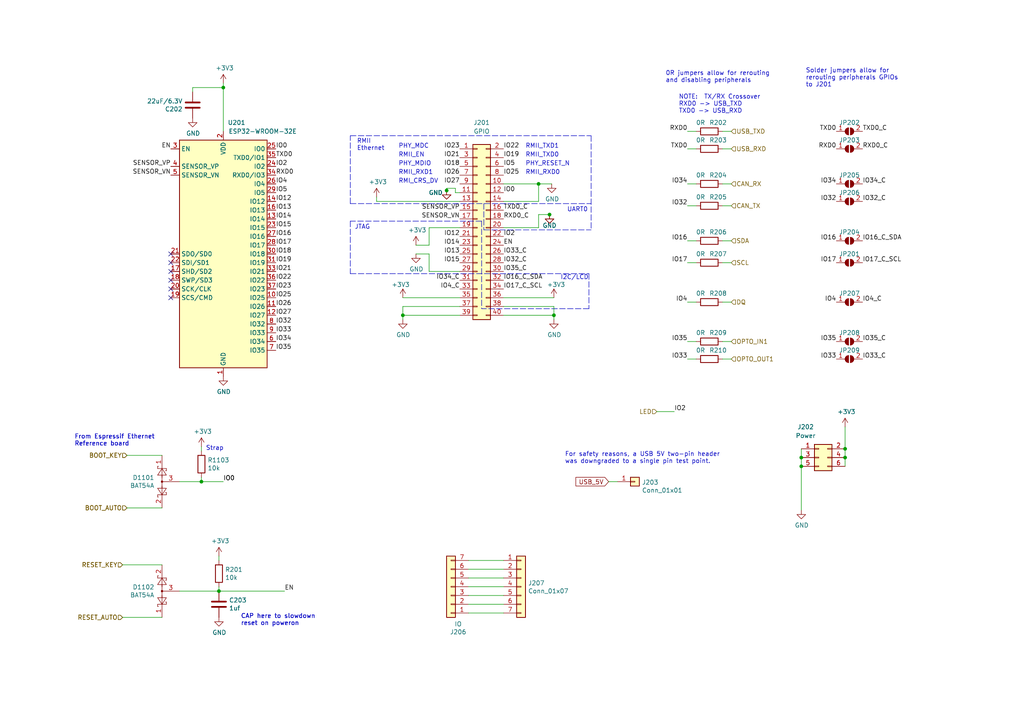
<source format=kicad_sch>
(kicad_sch (version 20211123) (generator eeschema)
  (paper "A4")
  (title_block (title "Sailor Hat with ESP32") (date "2021-12-31") (rev "2.0.1") (company "Hat Labs Ltd") (comment 1 "https://creativecommons.org/licenses/by-sa/4.0") (comment 2 "To view a copy of this license, visit ") (comment 3 "SH-ESP32 is licensed under CC BY-SA 4.0."))
  (lib_symbols
    (symbol "Connector_Generic:Conn_01x01" (pin_names (offset 1.016) hide)
      (property "Reference" "J" (at 0 2.54 0))
      (property "Value" "Conn_01x01" (at 0 -2.54 0))
      (symbol "Conn_01x01_1_1"
        (rectangle (start -1.27 0.127) (end 0 -0.127) (stroke (width 0.1524)))
        (rectangle (start -1.27 1.27) (end 1.27 -1.27) (stroke (width 0.254)) (fill (type background)))
        (pin passive line (at -5.08 0 0) (length 3.81) (name "Pin_1") (number "1"))
      )
    )
    (symbol "Connector_Generic:Conn_01x07" (pin_names (offset 1.016) hide)
      (property "Reference" "J" (at 0 10.16 0))
      (property "Value" "Conn_01x07" (at 0 -10.16 0))
      (symbol "Conn_01x07_1_1"
        (rectangle (start -1.27 -7.493) (end 0 -7.747) (stroke (width 0.1524)))
        (rectangle (start -1.27 -4.953) (end 0 -5.207) (stroke (width 0.1524)))
        (rectangle (start -1.27 -2.413) (end 0 -2.667) (stroke (width 0.1524)))
        (rectangle (start -1.27 0.127) (end 0 -0.127) (stroke (width 0.1524)))
        (rectangle (start -1.27 2.667) (end 0 2.413) (stroke (width 0.1524)))
        (rectangle (start -1.27 5.207) (end 0 4.953) (stroke (width 0.1524)))
        (rectangle (start -1.27 7.747) (end 0 7.493) (stroke (width 0.1524)))
        (rectangle (start -1.27 8.89) (end 1.27 -8.89) (stroke (width 0.254)) (fill (type background)))
        (pin passive line (at -5.08 7.62 0) (length 3.81) (name "Pin_1") (number "1"))
        (pin passive line (at -5.08 5.08 0) (length 3.81) (name "Pin_2") (number "2"))
        (pin passive line (at -5.08 2.54 0) (length 3.81) (name "Pin_3") (number "3"))
        (pin passive line (at -5.08 0 0) (length 3.81) (name "Pin_4") (number "4"))
        (pin passive line (at -5.08 -2.54 0) (length 3.81) (name "Pin_5") (number "5"))
        (pin passive line (at -5.08 -5.08 0) (length 3.81) (name "Pin_6") (number "6"))
        (pin passive line (at -5.08 -7.62 0) (length 3.81) (name "Pin_7") (number "7"))
      )
    )
    (symbol "Connector_Generic:Conn_02x03_Odd_Even" (pin_names (offset 1.016) hide)
      (property "Reference" "J" (at 1.27 5.08 0))
      (property "Value" "Conn_02x03_Odd_Even" (at 1.27 -5.08 0))
      (symbol "Conn_02x03_Odd_Even_1_1"
        (rectangle (start -1.27 -2.413) (end 0 -2.667) (stroke (width 0.1524)))
        (rectangle (start -1.27 0.127) (end 0 -0.127) (stroke (width 0.1524)))
        (rectangle (start -1.27 2.667) (end 0 2.413) (stroke (width 0.1524)))
        (rectangle (start -1.27 3.81) (end 3.81 -3.81) (stroke (width 0.254)) (fill (type background)))
        (rectangle (start 3.81 -2.413) (end 2.54 -2.667) (stroke (width 0.1524)))
        (rectangle (start 3.81 0.127) (end 2.54 -0.127) (stroke (width 0.1524)))
        (rectangle (start 3.81 2.667) (end 2.54 2.413) (stroke (width 0.1524)))
        (pin passive line (at -5.08 2.54 0) (length 3.81) (name "Pin_1") (number "1"))
        (pin passive line (at 7.62 2.54 180) (length 3.81) (name "Pin_2") (number "2"))
        (pin passive line (at -5.08 0 0) (length 3.81) (name "Pin_3") (number "3"))
        (pin passive line (at 7.62 0 180) (length 3.81) (name "Pin_4") (number "4"))
        (pin passive line (at -5.08 -2.54 0) (length 3.81) (name "Pin_5") (number "5"))
        (pin passive line (at 7.62 -2.54 180) (length 3.81) (name "Pin_6") (number "6"))
      )
    )
    (symbol "Connector_Generic:Conn_02x20_Odd_Even" (pin_names (offset 1.016) hide)
      (property "Reference" "J" (at 1.27 25.4 0))
      (property "Value" "Conn_02x20_Odd_Even" (at 1.27 -27.94 0))
      (symbol "Conn_02x20_Odd_Even_1_1"
        (rectangle (start -1.27 -25.273) (end 0 -25.527) (stroke (width 0.1524)))
        (rectangle (start -1.27 -22.733) (end 0 -22.987) (stroke (width 0.1524)))
        (rectangle (start -1.27 -20.193) (end 0 -20.447) (stroke (width 0.1524)))
        (rectangle (start -1.27 -17.653) (end 0 -17.907) (stroke (width 0.1524)))
        (rectangle (start -1.27 -15.113) (end 0 -15.367) (stroke (width 0.1524)))
        (rectangle (start -1.27 -12.573) (end 0 -12.827) (stroke (width 0.1524)))
        (rectangle (start -1.27 -10.033) (end 0 -10.287) (stroke (width 0.1524)))
        (rectangle (start -1.27 -7.493) (end 0 -7.747) (stroke (width 0.1524)))
        (rectangle (start -1.27 -4.953) (end 0 -5.207) (stroke (width 0.1524)))
        (rectangle (start -1.27 -2.413) (end 0 -2.667) (stroke (width 0.1524)))
        (rectangle (start -1.27 0.127) (end 0 -0.127) (stroke (width 0.1524)))
        (rectangle (start -1.27 2.667) (end 0 2.413) (stroke (width 0.1524)))
        (rectangle (start -1.27 5.207) (end 0 4.953) (stroke (width 0.1524)))
        (rectangle (start -1.27 7.747) (end 0 7.493) (stroke (width 0.1524)))
        (rectangle (start -1.27 10.287) (end 0 10.033) (stroke (width 0.1524)))
        (rectangle (start -1.27 12.827) (end 0 12.573) (stroke (width 0.1524)))
        (rectangle (start -1.27 15.367) (end 0 15.113) (stroke (width 0.1524)))
        (rectangle (start -1.27 17.907) (end 0 17.653) (stroke (width 0.1524)))
        (rectangle (start -1.27 20.447) (end 0 20.193) (stroke (width 0.1524)))
        (rectangle (start -1.27 22.987) (end 0 22.733) (stroke (width 0.1524)))
        (rectangle (start -1.27 24.13) (end 3.81 -26.67) (stroke (width 0.254)) (fill (type background)))
        (rectangle (start 3.81 -25.273) (end 2.54 -25.527) (stroke (width 0.1524)))
        (rectangle (start 3.81 -22.733) (end 2.54 -22.987) (stroke (width 0.1524)))
        (rectangle (start 3.81 -20.193) (end 2.54 -20.447) (stroke (width 0.1524)))
        (rectangle (start 3.81 -17.653) (end 2.54 -17.907) (stroke (width 0.1524)))
        (rectangle (start 3.81 -15.113) (end 2.54 -15.367) (stroke (width 0.1524)))
        (rectangle (start 3.81 -12.573) (end 2.54 -12.827) (stroke (width 0.1524)))
        (rectangle (start 3.81 -10.033) (end 2.54 -10.287) (stroke (width 0.1524)))
        (rectangle (start 3.81 -7.493) (end 2.54 -7.747) (stroke (width 0.1524)))
        (rectangle (start 3.81 -4.953) (end 2.54 -5.207) (stroke (width 0.1524)))
        (rectangle (start 3.81 -2.413) (end 2.54 -2.667) (stroke (width 0.1524)))
        (rectangle (start 3.81 0.127) (end 2.54 -0.127) (stroke (width 0.1524)))
        (rectangle (start 3.81 2.667) (end 2.54 2.413) (stroke (width 0.1524)))
        (rectangle (start 3.81 5.207) (end 2.54 4.953) (stroke (width 0.1524)))
        (rectangle (start 3.81 7.747) (end 2.54 7.493) (stroke (width 0.1524)))
        (rectangle (start 3.81 10.287) (end 2.54 10.033) (stroke (width 0.1524)))
        (rectangle (start 3.81 12.827) (end 2.54 12.573) (stroke (width 0.1524)))
        (rectangle (start 3.81 15.367) (end 2.54 15.113) (stroke (width 0.1524)))
        (rectangle (start 3.81 17.907) (end 2.54 17.653) (stroke (width 0.1524)))
        (rectangle (start 3.81 20.447) (end 2.54 20.193) (stroke (width 0.1524)))
        (rectangle (start 3.81 22.987) (end 2.54 22.733) (stroke (width 0.1524)))
        (pin passive line (at -5.08 22.86 0) (length 3.81) (name "Pin_1") (number "1"))
        (pin passive line (at 7.62 12.7 180) (length 3.81) (name "Pin_10") (number "10"))
        (pin passive line (at -5.08 10.16 0) (length 3.81) (name "Pin_11") (number "11"))
        (pin passive line (at 7.62 10.16 180) (length 3.81) (name "Pin_12") (number "12"))
        (pin passive line (at -5.08 7.62 0) (length 3.81) (name "Pin_13") (number "13"))
        (pin passive line (at 7.62 7.62 180) (length 3.81) (name "Pin_14") (number "14"))
        (pin passive line (at -5.08 5.08 0) (length 3.81) (name "Pin_15") (number "15"))
        (pin passive line (at 7.62 5.08 180) (length 3.81) (name "Pin_16") (number "16"))
        (pin passive line (at -5.08 2.54 0) (length 3.81) (name "Pin_17") (number "17"))
        (pin passive line (at 7.62 2.54 180) (length 3.81) (name "Pin_18") (number "18"))
        (pin passive line (at -5.08 0 0) (length 3.81) (name "Pin_19") (number "19"))
        (pin passive line (at 7.62 22.86 180) (length 3.81) (name "Pin_2") (number "2"))
        (pin passive line (at 7.62 0 180) (length 3.81) (name "Pin_20") (number "20"))
        (pin passive line (at -5.08 -2.54 0) (length 3.81) (name "Pin_21") (number "21"))
        (pin passive line (at 7.62 -2.54 180) (length 3.81) (name "Pin_22") (number "22"))
        (pin passive line (at -5.08 -5.08 0) (length 3.81) (name "Pin_23") (number "23"))
        (pin passive line (at 7.62 -5.08 180) (length 3.81) (name "Pin_24") (number "24"))
        (pin passive line (at -5.08 -7.62 0) (length 3.81) (name "Pin_25") (number "25"))
        (pin passive line (at 7.62 -7.62 180) (length 3.81) (name "Pin_26") (number "26"))
        (pin passive line (at -5.08 -10.16 0) (length 3.81) (name "Pin_27") (number "27"))
        (pin passive line (at 7.62 -10.16 180) (length 3.81) (name "Pin_28") (number "28"))
        (pin passive line (at -5.08 -12.7 0) (length 3.81) (name "Pin_29") (number "29"))
        (pin passive line (at -5.08 20.32 0) (length 3.81) (name "Pin_3") (number "3"))
        (pin passive line (at 7.62 -12.7 180) (length 3.81) (name "Pin_30") (number "30"))
        (pin passive line (at -5.08 -15.24 0) (length 3.81) (name "Pin_31") (number "31"))
        (pin passive line (at 7.62 -15.24 180) (length 3.81) (name "Pin_32") (number "32"))
        (pin passive line (at -5.08 -17.78 0) (length 3.81) (name "Pin_33") (number "33"))
        (pin passive line (at 7.62 -17.78 180) (length 3.81) (name "Pin_34") (number "34"))
        (pin passive line (at -5.08 -20.32 0) (length 3.81) (name "Pin_35") (number "35"))
        (pin passive line (at 7.62 -20.32 180) (length 3.81) (name "Pin_36") (number "36"))
        (pin passive line (at -5.08 -22.86 0) (length 3.81) (name "Pin_37") (number "37"))
        (pin passive line (at 7.62 -22.86 180) (length 3.81) (name "Pin_38") (number "38"))
        (pin passive line (at -5.08 -25.4 0) (length 3.81) (name "Pin_39") (number "39"))
        (pin passive line (at 7.62 20.32 180) (length 3.81) (name "Pin_4") (number "4"))
        (pin passive line (at 7.62 -25.4 180) (length 3.81) (name "Pin_40") (number "40"))
        (pin passive line (at -5.08 17.78 0) (length 3.81) (name "Pin_5") (number "5"))
        (pin passive line (at 7.62 17.78 180) (length 3.81) (name "Pin_6") (number "6"))
        (pin passive line (at -5.08 15.24 0) (length 3.81) (name "Pin_7") (number "7"))
        (pin passive line (at 7.62 15.24 180) (length 3.81) (name "Pin_8") (number "8"))
        (pin passive line (at -5.08 12.7 0) (length 3.81) (name "Pin_9") (number "9"))
      )
    )
    (symbol "Device:C" (pin_numbers hide) (pin_names (offset 0.254))
      (property "Reference" "C" (at 0.635 2.54 0))
      (property "Value" "C" (at 0.635 -2.54 0))
      (symbol "C_0_1"
        (polyline (pts (xy -2.032 -0.762) (xy 2.032 -0.762)) (stroke (width 0.508)))
        (polyline (pts (xy -2.032 0.762) (xy 2.032 0.762)) (stroke (width 0.508)))
      )
      (symbol "C_1_1"
        (pin passive line (at 0 3.81 270) (length 2.794) (name "~") (number "1"))
        (pin passive line (at 0 -3.81 90) (length 2.794) (name "~") (number "2"))
      )
    )
    (symbol "Device:R" (pin_numbers hide) (pin_names (offset 0))
      (property "Reference" "R" (at 2.032 0 90))
      (property "Value" "R" (at 0 0 90))
      (symbol "R_0_1"
        (rectangle (start -1.016 -2.54) (end 1.016 2.54) (stroke (width 0.254)))
      )
      (symbol "R_1_1"
        (pin passive line (at 0 3.81 270) (length 1.27) (name "~") (number "1"))
        (pin passive line (at 0 -3.81 90) (length 1.27) (name "~") (number "2"))
      )
    )
    (symbol "Diode:BAT54A" (pin_names (offset 1.016))
      (property "Reference" "D" (at 0.635 -3.81 0))
      (property "Value" "BAT54A" (at -6.35 3.175 0))
      (symbol "BAT54A_0_1"
        (polyline (pts (xy -4.445 1.27) (xy -4.445 1.016)))
        (polyline (pts (xy -3.81 -1.27) (xy -3.81 1.27)))
        (polyline (pts (xy -3.81 -1.27) (xy -3.175 -1.27)))
        (polyline (pts (xy -3.81 0) (xy -1.27 0)))
        (polyline (pts (xy -3.81 1.27) (xy -4.445 1.27)))
        (polyline (pts (xy -3.175 -1.27) (xy -3.175 -1.016)))
        (polyline (pts (xy -1.905 0) (xy 1.905 0)))
        (polyline (pts (xy 1.27 0) (xy 3.81 0)))
        (polyline (pts (xy 3.175 -1.27) (xy 3.175 -1.016)))
        (polyline (pts (xy 3.81 -1.27) (xy 3.175 -1.27)))
        (polyline (pts (xy 3.81 -1.27) (xy 3.81 1.27)))
        (polyline (pts (xy 3.81 1.27) (xy 4.445 1.27)))
        (polyline (pts (xy 4.445 1.27) (xy 4.445 1.016)))
        (polyline (pts (xy -1.905 1.27) (xy -1.905 -1.27) (xy -3.81 0) (xy -1.905 1.27)))
        (polyline (pts (xy 1.905 1.27) (xy 1.905 -1.27) (xy 3.81 0) (xy 1.905 1.27)))
        (circle (center 0 0) (radius 0.254) (fill (type outline)))
      )
      (symbol "BAT54A_1_1"
        (pin passive line (at -7.62 0 0) (length 3.81) (name "~") (number "1"))
        (pin passive line (at 7.62 0 180) (length 3.81) (name "~") (number "2"))
        (pin passive line (at 0 -5.08 90) (length 5.08) (name "~") (number "3"))
      )
    )
    (symbol "Jumper:SolderJumper_2_Open" (pin_names (offset 0) hide)
      (property "Reference" "JP" (at 0 2.032 0))
      (property "Value" "SolderJumper_2_Open" (at 0 -2.54 0))
      (symbol "SolderJumper_2_Open_0_1"
        (arc (start -0.254 1.016) (mid -1.27 0) (end -0.254 -1.016))
        (arc (start -0.254 1.016) (mid -1.27 0) (end -0.254 -1.016) (fill (type outline)))
        (polyline (pts (xy -0.254 1.016) (xy -0.254 -1.016)))
        (polyline (pts (xy 0.254 1.016) (xy 0.254 -1.016)))
        (arc (start 0.254 -1.016) (mid 1.27 0) (end 0.254 1.016))
        (arc (start 0.254 -1.016) (mid 1.27 0) (end 0.254 1.016) (fill (type outline)))
      )
      (symbol "SolderJumper_2_Open_1_1"
        (pin passive line (at -3.81 0 0) (length 2.54) (name "A") (number "1"))
        (pin passive line (at 3.81 0 180) (length 2.54) (name "B") (number "2"))
      )
    )
    (symbol "RF_Module:ESP32-WROOM-32D"
      (property "Reference" "U" (at -12.7 34.29 0))
      (property "Value" "ESP32-WROOM-32D" (at 1.27 34.29 0))
      (symbol "ESP32-WROOM-32D_0_1"
        (rectangle (start -12.7 33.02) (end 12.7 -33.02) (stroke (width 0.254)) (fill (type background)))
      )
      (symbol "ESP32-WROOM-32D_1_1"
        (pin power_in line (at 0 -35.56 90) (length 2.54) (name "GND") (number "1"))
        (pin bidirectional line (at 15.24 -12.7 180) (length 2.54) (name "IO25") (number "10"))
        (pin bidirectional line (at 15.24 -15.24 180) (length 2.54) (name "IO26") (number "11"))
        (pin bidirectional line (at 15.24 -17.78 180) (length 2.54) (name "IO27") (number "12"))
        (pin bidirectional line (at 15.24 10.16 180) (length 2.54) (name "IO14") (number "13"))
        (pin bidirectional line (at 15.24 15.24 180) (length 2.54) (name "IO12") (number "14"))
        (pin passive line (at 0 -35.56 90) (length 2.54) hide (name "GND") (number "15"))
        (pin bidirectional line (at 15.24 12.7 180) (length 2.54) (name "IO13") (number "16"))
        (pin bidirectional line (at -15.24 -5.08 0) (length 2.54) (name "SHD/SD2") (number "17"))
        (pin bidirectional line (at -15.24 -7.62 0) (length 2.54) (name "SWP/SD3") (number "18"))
        (pin bidirectional line (at -15.24 -12.7 0) (length 2.54) (name "SCS/CMD") (number "19"))
        (pin power_in line (at 0 35.56 270) (length 2.54) (name "VDD") (number "2"))
        (pin bidirectional line (at -15.24 -10.16 0) (length 2.54) (name "SCK/CLK") (number "20"))
        (pin bidirectional line (at -15.24 0 0) (length 2.54) (name "SDO/SD0") (number "21"))
        (pin bidirectional line (at -15.24 -2.54 0) (length 2.54) (name "SDI/SD1") (number "22"))
        (pin bidirectional line (at 15.24 7.62 180) (length 2.54) (name "IO15") (number "23"))
        (pin bidirectional line (at 15.24 25.4 180) (length 2.54) (name "IO2") (number "24"))
        (pin bidirectional line (at 15.24 30.48 180) (length 2.54) (name "IO0") (number "25"))
        (pin bidirectional line (at 15.24 20.32 180) (length 2.54) (name "IO4") (number "26"))
        (pin bidirectional line (at 15.24 5.08 180) (length 2.54) (name "IO16") (number "27"))
        (pin bidirectional line (at 15.24 2.54 180) (length 2.54) (name "IO17") (number "28"))
        (pin bidirectional line (at 15.24 17.78 180) (length 2.54) (name "IO5") (number "29"))
        (pin input line (at -15.24 30.48 0) (length 2.54) (name "EN") (number "3"))
        (pin bidirectional line (at 15.24 0 180) (length 2.54) (name "IO18") (number "30"))
        (pin bidirectional line (at 15.24 -2.54 180) (length 2.54) (name "IO19") (number "31"))
        (pin no_connect line (at -12.7 -27.94 0) (length 2.54) hide (name "NC") (number "32"))
        (pin bidirectional line (at 15.24 -5.08 180) (length 2.54) (name "IO21") (number "33"))
        (pin bidirectional line (at 15.24 22.86 180) (length 2.54) (name "RXD0/IO3") (number "34"))
        (pin bidirectional line (at 15.24 27.94 180) (length 2.54) (name "TXD0/IO1") (number "35"))
        (pin bidirectional line (at 15.24 -7.62 180) (length 2.54) (name "IO22") (number "36"))
        (pin bidirectional line (at 15.24 -10.16 180) (length 2.54) (name "IO23") (number "37"))
        (pin passive line (at 0 -35.56 90) (length 2.54) hide (name "GND") (number "38"))
        (pin passive line (at 0 -35.56 90) (length 2.54) hide (name "GND") (number "39"))
        (pin input line (at -15.24 25.4 0) (length 2.54) (name "SENSOR_VP") (number "4"))
        (pin input line (at -15.24 22.86 0) (length 2.54) (name "SENSOR_VN") (number "5"))
        (pin input line (at 15.24 -25.4 180) (length 2.54) (name "IO34") (number "6"))
        (pin input line (at 15.24 -27.94 180) (length 2.54) (name "IO35") (number "7"))
        (pin bidirectional line (at 15.24 -20.32 180) (length 2.54) (name "IO32") (number "8"))
        (pin bidirectional line (at 15.24 -22.86 180) (length 2.54) (name "IO33") (number "9"))
      )
    )
    (symbol "power:+3.3V" (power) (pin_names (offset 0))
      (property "Value" "+3.3V" (at 0 3.556 0))
      (symbol "+3.3V_0_1"
        (polyline (pts (xy -0.762 1.27) (xy 0 2.54)))
        (polyline (pts (xy 0 0) (xy 0 2.54)))
        (polyline (pts (xy 0 2.54) (xy 0.762 1.27)))
      )
      (symbol "+3.3V_1_1"
        (pin power_in line (at 0 0 90) (length 0) hide (name "+3V3") (number "1"))
      )
    )
    (symbol "power:GND" (power) (pin_names (offset 0))
      (property "Value" "GND" (at 0 -3.81 0))
      (symbol "GND_0_1"
        (polyline (pts (xy 0 0) (xy 0 -1.27) (xy 1.27 -1.27) (xy 0 -2.54) (xy -1.27 -1.27) (xy 0 -1.27)))
      )
      (symbol "GND_1_1"
        (pin power_in line (at 0 0 270) (length 0) hide (name "GND") (number "1"))
      )
    )
  )
  (junction (at 116.84 91.44))
  (junction (at 232.41 132.715))
  (junction (at 245.11 130.175))
  (junction (at 160.655 91.44))
  (junction (at 58.42 139.7))
  (junction (at 159.385 62.23))
  (junction (at 232.41 135.255))
  (junction (at 64.77 25.4))
  (junction (at 129.54 55.245))
  (junction (at 156.21 53.34))
  (junction (at 245.11 132.715))
  (junction (at 63.5 171.45))
  (no_connect (at 49.53 83.82))
  (no_connect (at 49.53 73.66))
  (no_connect (at 49.53 86.36))
  (no_connect (at 49.53 81.28))
  (no_connect (at 49.53 76.2))
  (no_connect (at 49.53 78.74))
  (wire (pts (xy 156.21 53.34) (xy 160.02 53.34)))
  (wire (pts (xy 212.09 43.18) (xy 209.55 43.18)))
  (wire (pts (xy 63.5 170.18) (xy 63.5 171.45)))
  (wire (pts (xy 35.56 179.07) (xy 46.99 179.07)))
  (wire (pts (xy 63.5 162.56) (xy 63.5 161.29)))
  (wire (pts (xy 120.65 73.66) (xy 124.46 73.66)))
  (wire (pts (xy 199.39 59.69) (xy 201.93 59.69)))
  (wire (pts (xy 116.84 86.36) (xy 133.35 86.36)))
  (wire (pts (xy 36.83 132.08) (xy 46.99 132.08)))
  (wire (pts (xy 209.55 53.34) (xy 212.09 53.34)))
  (wire (pts (xy 64.77 24.13) (xy 64.77 25.4)))
  (wire (pts (xy 201.93 38.1) (xy 199.39 38.1)))
  (polyline (pts (xy 140.335 59.055) (xy 140.335 66.675)))
  (wire (pts (xy 212.09 38.1) (xy 209.55 38.1)))
  (polyline (pts (xy 139.7 64.135) (xy 101.6 64.135)))
  (wire (pts (xy 212.09 76.2) (xy 209.55 76.2)))
  (wire (pts (xy 55.88 25.4) (xy 55.88 26.67)))
  (polyline (pts (xy 170.815 89.535) (xy 139.7 89.535)))
  (polyline (pts (xy 101.6 79.375) (xy 170.815 79.375)))
  (wire (pts (xy 135.89 165.1) (xy 146.05 165.1)))
  (wire (pts (xy 64.77 25.4) (xy 55.88 25.4)))
  (wire (pts (xy 116.84 88.9) (xy 116.84 91.44)))
  (wire (pts (xy 133.35 91.44) (xy 116.84 91.44)))
  (wire (pts (xy 135.89 167.64) (xy 146.05 167.64)))
  (wire (pts (xy 156.21 66.04) (xy 156.21 62.23)))
  (wire (pts (xy 245.11 130.175) (xy 245.11 132.715)))
  (wire (pts (xy 36.83 147.32) (xy 46.99 147.32)))
  (wire (pts (xy 109.22 58.42) (xy 133.35 58.42)))
  (wire (pts (xy 199.39 43.18) (xy 201.93 43.18)))
  (wire (pts (xy 58.42 139.7) (xy 64.77 139.7)))
  (wire (pts (xy 199.39 53.34) (xy 201.93 53.34)))
  (wire (pts (xy 146.05 91.44) (xy 160.655 91.44)))
  (wire (pts (xy 52.07 171.45) (xy 63.5 171.45)))
  (wire (pts (xy 129.54 54.61) (xy 129.54 55.245)))
  (wire (pts (xy 245.11 132.715) (xy 245.11 135.255)))
  (wire (pts (xy 199.39 104.14) (xy 201.93 104.14)))
  (polyline (pts (xy 171.45 39.37) (xy 171.45 66.675)))
  (wire (pts (xy 132.08 54.61) (xy 132.08 55.88)))
  (wire (pts (xy 146.05 58.42) (xy 156.21 58.42)))
  (wire (pts (xy 120.65 71.12) (xy 124.46 71.12)))
  (wire (pts (xy 199.39 99.06) (xy 201.93 99.06)))
  (wire (pts (xy 124.46 71.12) (xy 124.46 66.04)))
  (wire (pts (xy 146.05 53.34) (xy 156.21 53.34)))
  (wire (pts (xy 209.55 59.69) (xy 212.09 59.69)))
  (wire (pts (xy 135.89 175.26) (xy 146.05 175.26)))
  (polyline (pts (xy 139.7 64.135) (xy 139.7 89.535)))
  (wire (pts (xy 232.41 135.255) (xy 232.41 147.955)))
  (wire (pts (xy 199.39 87.63) (xy 201.93 87.63)))
  (wire (pts (xy 58.42 130.81) (xy 58.42 129.54)))
  (polyline (pts (xy 140.335 66.675) (xy 171.45 66.675)))
  (wire (pts (xy 52.07 139.7) (xy 58.42 139.7)))
  (wire (pts (xy 160.655 88.9) (xy 160.655 91.44)))
  (wire (pts (xy 156.21 62.23) (xy 159.385 62.23)))
  (wire (pts (xy 209.55 87.63) (xy 212.09 87.63)))
  (wire (pts (xy 124.46 78.74) (xy 133.35 78.74)))
  (wire (pts (xy 133.35 88.9) (xy 116.84 88.9)))
  (polyline (pts (xy 101.6 39.37) (xy 171.45 39.37)))
  (wire (pts (xy 146.05 86.36) (xy 160.655 86.36)))
  (wire (pts (xy 146.05 88.9) (xy 160.655 88.9)))
  (wire (pts (xy 116.84 91.44) (xy 116.84 92.71)))
  (wire (pts (xy 132.08 54.61) (xy 129.54 54.61)))
  (wire (pts (xy 58.42 138.43) (xy 58.42 139.7)))
  (wire (pts (xy 135.89 177.8) (xy 146.05 177.8)))
  (wire (pts (xy 209.55 99.06) (xy 212.09 99.06)))
  (wire (pts (xy 109.22 58.42) (xy 109.22 57.15)))
  (polyline (pts (xy 170.815 79.375) (xy 170.815 89.535)))
  (wire (pts (xy 64.77 25.4) (xy 64.77 38.1)))
  (wire (pts (xy 190.5 119.38) (xy 195.58 119.38)))
  (wire (pts (xy 245.11 123.825) (xy 245.11 130.175)))
  (wire (pts (xy 132.08 55.88) (xy 133.35 55.88)))
  (wire (pts (xy 199.39 69.85) (xy 201.93 69.85)))
  (wire (pts (xy 199.39 76.2) (xy 201.93 76.2)))
  (wire (pts (xy 35.56 163.83) (xy 46.99 163.83)))
  (wire (pts (xy 124.46 66.04) (xy 133.35 66.04)))
  (wire (pts (xy 124.46 73.66) (xy 124.46 78.74)))
  (wire (pts (xy 63.5 171.45) (xy 82.55 171.45)))
  (wire (pts (xy 135.89 162.56) (xy 146.05 162.56)))
  (wire (pts (xy 176.53 139.7) (xy 179.07 139.7)))
  (polyline (pts (xy 101.6 64.135) (xy 101.6 79.375)))
  (wire (pts (xy 209.55 69.85) (xy 212.09 69.85)))
  (wire (pts (xy 232.41 135.255) (xy 232.41 132.715)))
  (wire (pts (xy 146.05 66.04) (xy 156.21 66.04)))
  (wire (pts (xy 160.655 91.44) (xy 160.655 92.71)))
  (wire (pts (xy 156.21 58.42) (xy 156.21 53.34)))
  (polyline (pts (xy 101.6 59.055) (xy 101.6 39.37)))
  (wire (pts (xy 232.41 132.715) (xy 232.41 130.175)))
  (polyline (pts (xy 101.6 59.055) (xy 171.45 59.055)))
  (wire (pts (xy 135.89 170.18) (xy 146.05 170.18)))
  (wire (pts (xy 135.89 172.72) (xy 146.05 172.72)))
  (wire (pts (xy 212.09 104.14) (xy 209.55 104.14)))
  (text "0R jumpers allow for rerouting\nand disabling peripherals" (at 193.04 24.13 0) (effects (font (size 1.27 1.27)) (justify left bottom)))
  (text "PHY_MDC\n" (at 115.57 43.18 0) (effects (font (size 1.27 1.27)) (justify left bottom)))
  (text "CAP here to slowdown \nreset on poweron" (at 69.85 181.61 0) (effects (font (size 1.27 1.27)) (justify left bottom)))
  (text "RMII_EN" (at 115.57 45.72 0) (effects (font (size 1.27 1.27)) (justify left bottom)))
  (text "UART0" (at 164.465 61.595 0) (effects (font (size 1.27 1.27)) (justify left bottom)))
  (text "RMII_RXD1" (at 115.57 50.8 0) (effects (font (size 1.27 1.27)) (justify left bottom)))
  (text "From Espressif Ethernet \nReference board\n" (at 21.59 129.54 0) (effects (font (size 1.27 1.27)) (justify left bottom)))
  (text "Strap" (at 59.69 130.81 0) (effects (font (size 1.27 1.27)) (justify left bottom)))
  (text "PHY_MDIO" (at 115.57 48.26 0) (effects (font (size 1.27 1.27)) (justify left bottom)))
  (text "RMII_RXD0" (at 152.4 50.8 0) (effects (font (size 1.27 1.27)) (justify left bottom)))
  (text "PHY_RESET_N" (at 152.4 48.26 0) (effects (font (size 1.27 1.27)) (justify left bottom)))
  (text "I2C/LCD" (at 162.56 81.28 0) (effects (font (size 1.27 1.27)) (justify left bottom)))
  (text "RMII_TXD1\n" (at 152.4 43.18 0) (effects (font (size 1.27 1.27)) (justify left bottom)))
  (text "CAP here to slowdown \nreset on poweron" (at 69.85 181.61 0) (effects (font (size 1.27 1.27)) (justify left bottom)))
  (text "JTAG" (at 102.87 66.675 0) (effects (font (size 1.27 1.27)) (justify left bottom)))
  (text "RMII_TXD0\n" (at 152.4 45.72 0) (effects (font (size 1.27 1.27)) (justify left bottom)))
  (text "RMII\nEthernet" (at 103.505 43.815 0) (effects (font (size 1.27 1.27)) (justify left bottom)))
  (text "NOTE:  TX/RX Crossover\nRXD0 -> USB_TXD  \nTXD0 -> USB_RXD" (at 196.85 33.02 0) (effects (font (size 1.27 1.27)) (justify left bottom)))
  (text "Solder jumpers allow for \nrerouting peripherals GPIOs\nto J201" (at 233.68 25.4 0) (effects (font (size 1.27 1.27)) (justify left bottom)))
  (text "RMI_CRS_DV" (at 115.57 53.34 0) (effects (font (size 1.27 1.27)) (justify left bottom)))
  (text "For safety reasons, a USB 5V two-pin header\nwas downgraded to a single pin test point." (at 163.83 134.62 0) (effects (font (size 1.27 1.27)) (justify left bottom)))
  (text "From Espressif Ethernet \nReference board\n" (at 21.59 129.54 0) (effects (font (size 1.27 1.27)) (justify left bottom)))
  (label "IO34_C" (at 250.19 53.34 0))
  (label "IO19" (at 146.05 45.72 0))
  (label "IO32" (at 242.57 58.42 180))
  (label "IO2" (at 146.05 68.58 0))
  (label "IO12" (at 133.35 68.58 180))
  (label "IO25" (at 146.05 50.8 0))
  (label "IO35" (at 199.39 99.06 180))
  (label "IO4_C" (at 250.19 87.63 0))
  (label "IO4" (at 199.39 87.63 180))
  (label "IO16" (at 242.57 69.85 180))
  (label "RXD0" (at 199.39 38.1 180))
  (label "IO18" (at 80.01 73.66 0))
  (label "IO26" (at 80.01 88.9 0))
  (label "IO32_C" (at 250.19 58.42 0))
  (label "TXD0" (at 80.01 45.72 0))
  (label "IO32" (at 80.01 93.98 0))
  (label "IO17" (at 80.01 71.12 0))
  (label "IO16_C_SDA" (at 146.05 81.28 0))
  (label "EN" (at 82.55 171.45 0))
  (label "IO35" (at 242.57 99.06 180))
  (label "IO33" (at 80.01 96.52 0))
  (label "IO22" (at 80.01 81.28 0))
  (label "IO13" (at 133.35 73.66 180))
  (label "IO35" (at 80.01 101.6 0))
  (label "IO27" (at 133.35 53.34 180))
  (label "IO4" (at 242.57 87.63 180))
  (label "IO0" (at 146.05 55.88 0))
  (label "IO14" (at 133.35 71.12 180))
  (label "SENSOR_VN" (at 49.53 50.8 180))
  (label "IO33_C" (at 146.05 73.66 0))
  (label "IO15" (at 80.01 66.04 0))
  (label "IO12" (at 80.01 58.42 0))
  (label "IO17_C_SCL" (at 250.19 76.2 0))
  (label "IO5" (at 146.05 48.26 0))
  (label "RXD0_C" (at 146.05 63.5 0))
  (label "IO16" (at 80.01 68.58 0))
  (label "IO14" (at 80.01 63.5 0))
  (label "IO0" (at 64.77 139.7 0))
  (label "IO15" (at 133.35 76.2 180))
  (label "EN" (at 146.05 71.12 0))
  (label "TXD0_C" (at 250.19 38.1 0))
  (label "EN" (at 49.53 43.18 180))
  (label "IO35_C" (at 250.19 99.06 0))
  (label "IO33" (at 199.39 104.14 180))
  (label "TXD0" (at 199.39 43.18 180))
  (label "RXD0" (at 80.01 50.8 0))
  (label "IO32_C" (at 146.05 76.2 0))
  (label "IO34" (at 199.39 53.34 180))
  (label "IO13" (at 80.01 60.96 0))
  (label "TXD0_C" (at 146.05 60.96 0))
  (label "IO0" (at 64.77 139.7 0))
  (label "IO34_C" (at 133.35 81.28 180))
  (label "SENSOR_VP" (at 133.35 60.96 180))
  (label "IO35_C" (at 146.05 78.74 0))
  (label "IO4" (at 80.01 53.34 0))
  (label "RXD0" (at 242.57 43.18 180))
  (label "IO33" (at 242.57 104.14 180))
  (label "IO2" (at 80.01 48.26 0))
  (label "IO34" (at 80.01 99.06 0))
  (label "TXD0" (at 242.57 38.1 180))
  (label "IO21" (at 133.35 45.72 180))
  (label "IO32" (at 199.39 59.69 180))
  (label "IO21" (at 80.01 78.74 0))
  (label "IO25" (at 80.01 86.36 0))
  (label "IO5" (at 80.01 55.88 0))
  (label "IO33_C" (at 250.19 104.14 0))
  (label "IO22" (at 146.05 43.18 0))
  (label "SENSOR_VP" (at 49.53 48.26 180))
  (label "IO17" (at 242.57 76.2 180))
  (label "IO4_C" (at 133.35 83.82 180))
  (label "SENSOR_VN" (at 133.35 63.5 180))
  (label "IO17_C_SCL" (at 146.05 83.82 0))
  (label "IO16_C_SDA" (at 250.19 69.85 0))
  (label "IO17" (at 199.39 76.2 180))
  (label "IO18" (at 133.35 48.26 180))
  (label "RXD0_C" (at 250.19 43.18 0))
  (label "IO26" (at 133.35 50.8 180))
  (label "IO27" (at 80.01 91.44 0))
  (label "IO16" (at 199.39 69.85 180))
  (label "IO23" (at 80.01 83.82 0))
  (label "IO0" (at 80.01 43.18 0))
  (label "IO2" (at 195.58 119.38 0))
  (label "IO23" (at 133.35 43.18 180))
  (label "IO34" (at 242.57 53.34 180))
  (label "IO19" (at 80.01 76.2 0))
  (global_label "USB_5V" (shape input) (at 176.53 139.7 180) (property "Intersheet References" "${INTERSHEET_REFS}" (effects hide)))
  (hierarchical_label "BOOT_KEY" (shape input) (at 36.83 132.08 180))
  (hierarchical_label "BOOT_AUTO" (shape input) (at 36.83 147.32 180))
  (hierarchical_label "BOOT_AUTO" (shape input) (at 36.83 147.32 180))
  (hierarchical_label "RESET_AUTO" (shape input) (at 35.56 179.07 180))
  (hierarchical_label "CAN_TX" (shape input) (at 212.09 59.69 0))
  (hierarchical_label "USB_RXD" (shape input) (at 212.09 43.18 0))
  (hierarchical_label "USB_TXD" (shape input) (at 212.09 38.1 0))
  (hierarchical_label "OPTO_IN1" (shape input) (at 212.09 99.06 0))
  (hierarchical_label "BOOT_KEY" (shape input) (at 36.83 132.08 180))
  (hierarchical_label "SCL" (shape input) (at 212.09 76.2 0))
  (hierarchical_label "RESET_AUTO" (shape input) (at 35.56 179.07 180))
  (hierarchical_label "LED" (shape input) (at 190.5 119.38 180))
  (hierarchical_label "DQ" (shape input) (at 212.09 87.63 0))
  (hierarchical_label "SDA" (shape input) (at 212.09 69.85 0))
  (hierarchical_label "RESET_KEY" (shape input) (at 35.56 163.83 180))
  (hierarchical_label "RESET_KEY" (shape input) (at 35.56 163.83 180))
  (hierarchical_label "CAN_RX" (shape input) (at 212.09 53.34 0))
  (hierarchical_label "OPTO_OUT1" (shape input) (at 212.09 104.14 0))
  (symbol (lib_id "Device:C") (at 63.5 175.26 0) (unit 1)
    (property "Reference" "C203" (at 66.421 174.0916 0) (effects (justify left)))
    (property "Value" "1uf" (at 66.421 176.403 0) (effects (justify left)))
    (property "Footprint" "Capacitor_SMD:C_0402_1005Metric" (effects hide))
    (property "LCSC" "C52923" (effects hide))
  )
  (symbol (lib_id "power:GND") (at 63.5 179.07 0) (unit 1)
    (property "Reference" "#PWR0101" (effects hide))
    (property "Value" "GND" (at 63.627 183.4642 0))
  )
  (symbol (lib_id "Connector_Generic:Conn_01x01") (at 184.15 139.7 0) (unit 1)
    (property "Reference" "J203" (at 186.182 139.9032 0) (effects (justify left)))
    (property "Value" "Conn_01x01" (at 186.182 142.2146 0) (effects (justify left)))
    (property "Footprint" "Connector_PinHeader_2.54mm:PinHeader_1x01_P2.54mm_Vertical" (effects hide))
  )
  (symbol (lib_id "power:GND") (at 232.41 147.955 0) (unit 1)
    (property "Reference" "#PWR0206" (effects hide))
    (property "Value" "GND" (at 232.537 152.3492 0))
  )
  (symbol (lib_id "power:+3.3V") (at 245.11 123.825 0) (unit 1)
    (property "Reference" "#PWR0207" (effects hide))
    (property "Value" "+3.3V" (at 245.491 119.4308 0))
  )
  (symbol (lib_id "Connector_Generic:Conn_02x20_Odd_Even") (at 138.43 66.04 0) (unit 1)
    (property "Reference" "J201" (at 139.7 35.56 0))
    (property "Value" "GPIO" (at 139.7 38.1 0))
    (property "Footprint" "Connector_PinHeader_2.54mm:PinHeader_2x20_P2.54mm_Vertical" (effects hide))
    (property "LCSC" "C429965" (effects hide))
  )
  (symbol (lib_id "Connector_Generic:Conn_02x03_Odd_Even") (at 237.49 132.715 0) (unit 1)
    (property "Reference" "J202" (at 233.68 123.825 0))
    (property "Value" "Power" (at 233.68 126.365 0))
    (property "Footprint" "Connector_PinHeader_2.54mm:PinHeader_2x03_P2.54mm_Vertical" (effects hide))
    (property "LCSC" "C65114" (effects hide))
  )
  (symbol (lib_id "Connector_Generic:Conn_01x07") (at 151.13 170.18 0) (unit 1)
    (property "Reference" "J207" (at 153.162 169.1132 0) (effects (justify left)))
    (property "Value" "Conn_01x07" (at 153.162 171.4246 0) (effects (justify left)))
    (property "Footprint" "SH-ESP32:PinHeader_1x07_P2.54mm_Vertical-RoundP1" (effects hide))
  )
  (symbol (lib_id "Connector_Generic:Conn_01x07") (at 130.81 170.18 180) (unit 1)
    (property "Reference" "J206" (at 132.8928 183.3118 0))
    (property "Value" "IO" (at 132.8928 181.0004 0))
    (property "Footprint" "SH-ESP32:PinHeader_1x07_P2.54mm_Vertical-RoundP1" (effects hide))
  )
  (symbol (lib_id "Jumper:SolderJumper_2_Open") (at 246.38 76.2 0) (unit 1)
    (property "Reference" "JP201" (at 246.38 73.66 0))
    (property "Value" "SolderJumper_2_Open" (effects hide))
    (property "Footprint" "SH-ESP32:SolderJumper-2_P1.3mm_Open_TrianglePad_Narrow" (effects hide))
  )
  (symbol (lib_id "Jumper:SolderJumper_2_Open") (at 246.38 38.1 0) (unit 1)
    (property "Reference" "JP202" (at 246.38 35.56 0))
    (property "Value" "SolderJumper_2_Open" (effects hide))
    (property "Footprint" "SH-ESP32:SolderJumper-2_P1.3mm_Open_TrianglePad_Narrow" (effects hide))
  )
  (symbol (lib_id "Jumper:SolderJumper_2_Open") (at 246.38 43.18 0) (unit 1)
    (property "Reference" "JP203" (at 246.38 40.64 0))
    (property "Value" "SolderJumper_2_Open" (effects hide))
    (property "Footprint" "SH-ESP32:SolderJumper-2_P1.3mm_Open_TrianglePad_Narrow" (effects hide))
  )
  (symbol (lib_id "Jumper:SolderJumper_2_Open") (at 246.38 69.85 0) (unit 1)
    (property "Reference" "JP204" (at 246.38 67.31 0))
    (property "Value" "SolderJumper_2_Open" (effects hide))
    (property "Footprint" "SH-ESP32:SolderJumper-2_P1.3mm_Open_TrianglePad_Narrow" (effects hide))
  )
  (symbol (lib_id "Jumper:SolderJumper_2_Open") (at 246.38 53.34 0) (unit 1)
    (property "Reference" "JP205" (at 246.38 50.8 0))
    (property "Value" "SolderJumper_2_Open" (effects hide))
    (property "Footprint" "SH-ESP32:SolderJumper-2_P1.3mm_Open_TrianglePad_Narrow" (effects hide))
  )
  (symbol (lib_id "Jumper:SolderJumper_2_Open") (at 246.38 58.42 0) (unit 1)
    (property "Reference" "JP206" (at 246.38 55.88 0))
    (property "Value" "SolderJumper_2_Open" (effects hide))
    (property "Footprint" "SH-ESP32:SolderJumper-2_P1.3mm_Open_TrianglePad_Narrow" (effects hide))
  )
  (symbol (lib_id "Jumper:SolderJumper_2_Open") (at 246.38 87.63 0) (unit 1)
    (property "Reference" "JP207" (at 246.38 85.09 0))
    (property "Value" "SolderJumper_2_Open" (effects hide))
    (property "Footprint" "SH-ESP32:SolderJumper-2_P1.3mm_Open_TrianglePad_Narrow" (effects hide))
  )
  (symbol (lib_id "Jumper:SolderJumper_2_Open") (at 246.38 99.06 0) (unit 1)
    (property "Reference" "JP208" (at 246.38 96.52 0))
    (property "Value" "SolderJumper_2_Open" (effects hide))
    (property "Footprint" "SH-ESP32:SolderJumper-2_P1.3mm_Open_TrianglePad_Narrow" (effects hide))
  )
  (symbol (lib_id "Jumper:SolderJumper_2_Open") (at 246.38 104.14 0) (unit 1)
    (property "Reference" "JP209" (at 246.38 101.6 0))
    (property "Value" "SolderJumper_2_Open" (effects hide))
    (property "Footprint" "SH-ESP32:SolderJumper-2_P1.3mm_Open_TrianglePad_Narrow" (effects hide))
  )
  (symbol (lib_id "power:GND") (at 159.385 62.23 0) (unit 1)
    (property "Reference" "#PWR0115" (effects hide))
    (property "Value" "GND" (at 159.385 65.405 0))
  )
  (symbol (lib_id "power:GND") (at 129.54 55.245 0) (unit 1)
    (property "Reference" "#PWR0116" (effects hide))
    (property "Value" "GND" (at 126.365 55.88 0))
  )
  (symbol (lib_id "RF_Module:ESP32-WROOM-32D") (at 64.77 73.66 0) (unit 1)
    (property "Reference" "U201" (at 66.04 35.56 0) (effects (justify left)))
    (property "Value" "ESP32-WROOM-32E" (at 76.2 38.1 0))
    (property "Footprint" "SH-ESP32:ESP32-WROOM-32-HandSolder" (effects hide))
    (property "Datasheet" "https://www.espressif.com/sites/default/files/documentation/esp32-wroom-32d_esp32-wroom-32u_datasheet_en.pdf" (effects hide))
    (property "LCSC" "C701341" (effects hide))
  )
  (symbol (lib_id "power:+3.3V") (at 64.77 24.13 0) (unit 1)
    (property "Reference" "#PWR0204" (effects hide))
    (property "Value" "+3.3V" (at 65.151 19.7358 0))
  )
  (symbol (lib_id "power:GND") (at 64.77 109.22 0) (unit 1)
    (property "Reference" "#PWR0205" (effects hide))
    (property "Value" "GND" (at 64.897 113.6142 0))
  )
  (symbol (lib_id "Device:C") (at 55.88 30.48 180) (unit 1)
    (property "Reference" "C202" (at 52.959 31.6484 0) (effects (justify left)))
    (property "Value" "22uF/6.3V" (at 52.959 29.337 0) (effects (justify left)))
    (property "Footprint" "Capacitor_SMD:C_0603_1608Metric" (effects hide))
    (property "Notes" "Min 6.3V" (effects hide))
    (property "LCSC" "C59461" (effects hide))
  )
  (symbol (lib_id "power:GND") (at 55.88 34.29 0) (unit 1)
    (property "Reference" "#PWR0203" (effects hide))
    (property "Value" "GND" (at 56.007 38.6842 0))
  )
  (symbol (lib_id "Device:R") (at 63.5 166.37 0) (unit 1)
    (property "Reference" "R201" (at 65.278 165.2016 0) (effects (justify left)))
    (property "Value" "10k" (at 65.278 167.513 0) (effects (justify left)))
    (property "Footprint" "Resistor_SMD:R_0402_1005Metric" (effects hide))
    (property "LCSC" "C25744" (effects hide))
  )
  (symbol (lib_id "power:+3.3V") (at 63.5 161.29 0) (unit 1)
    (property "Reference" "#PWR0201" (effects hide))
    (property "Value" "+3.3V" (at 63.881 156.8958 0))
  )
  (symbol (lib_id "power:+3.3V") (at 120.65 71.12 0) (unit 1)
    (property "Reference" "#PWR0120" (effects hide))
    (property "Value" "+3.3V" (at 121.031 66.7258 0))
  )
  (symbol (lib_id "Device:R") (at 205.74 38.1 90) (mirror x) (unit 1)
    (property "Reference" "R202" (at 208.28 35.56 90))
    (property "Value" "0R" (at 203.2 35.56 90))
    (property "Footprint" "Resistor_SMD:R_0603_1608Metric" (effects hide))
    (property "LCSC" "C21189" (effects hide))
  )
  (symbol (lib_id "Device:R") (at 205.74 43.18 90) (mirror x) (unit 1)
    (property "Reference" "R203" (at 208.28 40.64 90))
    (property "Value" "0R" (at 203.2 40.64 90))
    (property "Footprint" "Resistor_SMD:R_0603_1608Metric" (effects hide))
    (property "LCSC" "C21189" (effects hide))
  )
  (symbol (lib_id "Device:R") (at 205.74 59.69 270) (unit 1)
    (property "Reference" "R205" (at 208.28 57.15 90))
    (property "Value" "0R" (at 203.2 57.15 90))
    (property "Footprint" "Resistor_SMD:R_0603_1608Metric" (effects hide))
    (property "LCSC" "C21189" (effects hide))
  )
  (symbol (lib_id "Device:R") (at 205.74 53.34 270) (unit 1)
    (property "Reference" "R204" (at 208.28 50.8 90))
    (property "Value" "0R" (at 203.2 50.8 90))
    (property "Footprint" "Resistor_SMD:R_0603_1608Metric" (effects hide))
    (property "LCSC" "C21189" (effects hide))
  )
  (symbol (lib_id "Device:R") (at 205.74 87.63 270) (unit 1)
    (property "Reference" "R208" (at 208.28 85.09 90))
    (property "Value" "0R" (at 203.2 85.09 90))
    (property "Footprint" "Resistor_SMD:R_0603_1608Metric" (effects hide))
    (property "LCSC" "C21189" (effects hide))
  )
  (symbol (lib_id "Device:R") (at 205.74 99.06 270) (unit 1)
    (property "Reference" "R209" (at 208.28 96.52 90))
    (property "Value" "0R" (at 203.2 96.52 90))
    (property "Footprint" "Resistor_SMD:R_0603_1608Metric" (effects hide))
    (property "LCSC" "C21189" (effects hide))
  )
  (symbol (lib_id "Device:R") (at 205.74 104.14 270) (unit 1)
    (property "Reference" "R210" (at 208.28 101.6 90))
    (property "Value" "0R" (at 203.2 101.6 90))
    (property "Footprint" "Resistor_SMD:R_0603_1608Metric" (effects hide))
    (property "LCSC" "C21189" (effects hide))
  )
  (symbol (lib_id "Device:R") (at 205.74 69.85 270) (unit 1)
    (property "Reference" "R206" (at 208.28 67.31 90))
    (property "Value" "0R" (at 203.2 67.31 90))
    (property "Footprint" "Resistor_SMD:R_0603_1608Metric" (effects hide))
    (property "LCSC" "C21189" (effects hide))
  )
  (symbol (lib_id "Device:R") (at 205.74 76.2 270) (unit 1)
    (property "Reference" "R207" (at 208.28 73.66 90))
    (property "Value" "0R" (at 203.2 73.66 90))
    (property "Footprint" "Resistor_SMD:R_0603_1608Metric" (effects hide))
    (property "LCSC" "C21189" (effects hide))
  )
  (symbol (lib_id "power:GND") (at 160.02 53.34 0) (unit 1)
    (property "Reference" "#PWR0104" (effects hide))
    (property "Value" "GND" (at 160.147 57.7342 0))
  )
  (symbol (lib_id "power:+3.3V") (at 109.22 57.15 0) (unit 1)
    (property "Reference" "#PWR0105" (effects hide))
    (property "Value" "+3.3V" (at 109.601 52.7558 0))
  )
  (symbol (lib_id "power:GND") (at 120.65 73.66 0) (unit 1)
    (property "Reference" "#PWR0110" (effects hide))
    (property "Value" "GND" (at 120.777 78.0542 0))
  )
  (symbol (lib_id "power:GND") (at 116.84 92.71 0) (unit 1)
    (property "Reference" "#PWR0111" (effects hide))
    (property "Value" "GND" (at 116.967 97.1042 0))
  )
  (symbol (lib_id "power:+3.3V") (at 116.84 86.36 0) (unit 1)
    (property "Reference" "#PWR0112" (effects hide))
    (property "Value" "+3.3V" (at 116.205 82.55 0))
  )
  (symbol (lib_id "power:+3.3V") (at 160.655 86.36 0) (unit 1)
    (property "Reference" "#PWR0113" (effects hide))
    (property "Value" "+3.3V" (at 161.29 82.55 0))
  )
  (symbol (lib_id "power:GND") (at 160.655 92.71 0) (unit 1)
    (property "Reference" "#PWR0114" (effects hide))
    (property "Value" "GND" (at 160.782 97.1042 0))
  )
  (symbol (lib_id "power:GND") (at 159.385 62.23 0) (unit 1)
    (property "Reference" "#PWR0119" (effects hide))
    (property "Value" "GND" (at 159.385 65.405 0))
  )
  (symbol (lib_id "power:GND") (at 129.54 55.245 0) (unit 1)
    (property "Reference" "#PWR0118" (effects hide))
    (property "Value" "GND" (at 126.365 55.88 0))
  )
  (symbol (lib_id "Diode:BAT54A") (at 46.99 139.7 90) (mirror x) (unit 1)
    (property "Reference" "D1101" (at 44.7802 138.5316 90) (effects (justify left)))
    (property "Value" "BAT54A" (at 44.7802 140.843 90) (effects (justify left)))
    (property "Footprint" "Package_TO_SOT_SMD:SOT-323_SC-70" (effects hide))
    (property "LCSC" "C78261" (effects hide))
  )
  (symbol (lib_id "Diode:BAT54A") (at 46.99 171.45 90) (unit 1)
    (property "Reference" "D1102" (at 44.7802 170.2816 90) (effects (justify left)))
    (property "Value" "BAT54A" (at 44.7802 172.593 90) (effects (justify left)))
    (property "Footprint" "Package_TO_SOT_SMD:SOT-323_SC-70" (effects hide))
    (property "LCSC" "C78261" (effects hide))
  )
  (symbol (lib_id "Device:R") (at 58.42 134.62 0) (unit 1)
    (property "Reference" "R1103" (at 60.198 133.4516 0) (effects (justify left)))
    (property "Value" "10k" (at 60.198 135.763 0) (effects (justify left)))
    (property "Footprint" "Resistor_SMD:R_0402_1005Metric" (effects hide))
    (property "LCSC" "C25744" (effects hide))
  )
  (symbol (lib_id "power:+3.3V") (at 58.42 129.54 0) (unit 1)
    (property "Reference" "#PWR0117" (effects hide))
    (property "Value" "+3.3V" (at 58.801 125.1458 0))
  )
)
</source>
